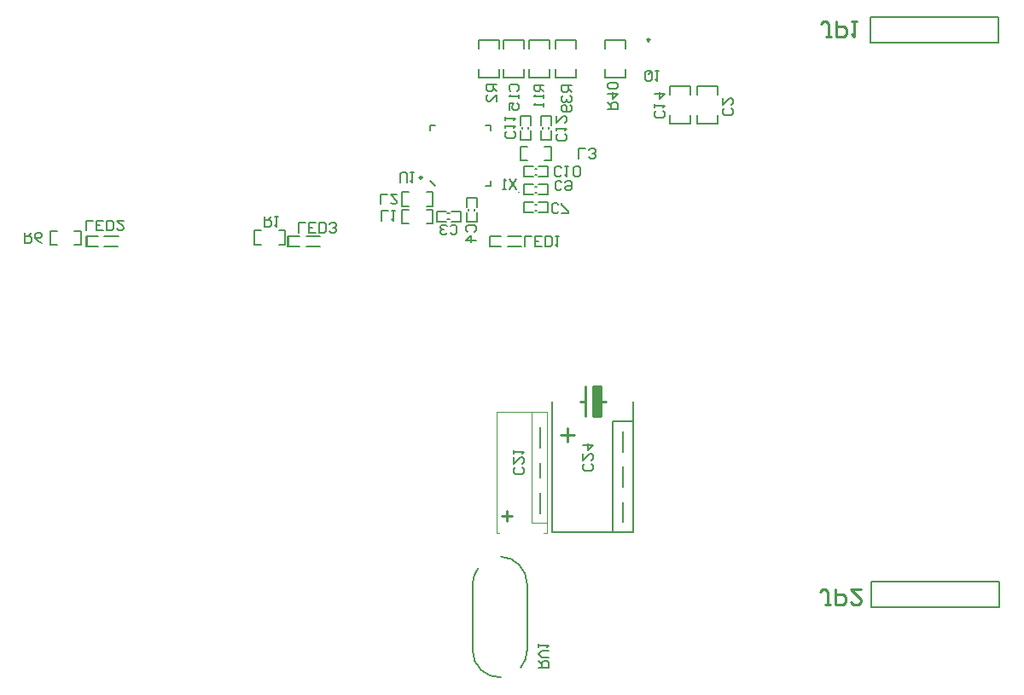
<source format=gbo>
G04 Layer_Color=32896*
%FSLAX44Y44*%
%MOMM*%
G71*
G01*
G75*
%ADD22C,0.2000*%
%ADD34C,0.2540*%
%ADD77C,0.1778*%
%ADD79C,0.1270*%
%ADD80C,0.2500*%
%ADD81C,0.1524*%
%ADD82C,0.1000*%
%ADD142R,0.1524X1.0414*%
%ADD143R,0.7500X3.0000*%
D22*
X1648460Y674878D02*
Y700278D01*
X1521460D01*
X1648460Y674878D02*
X1521460D01*
Y700278D01*
X1648000Y1235320D02*
Y1260720D01*
X1521000D01*
X1648000Y1235320D02*
X1521000D01*
Y1260720D01*
X1202133Y1151553D02*
Y1149553D01*
X1196133Y1151553D02*
Y1149553D01*
X1175813Y1151553D02*
Y1149553D01*
X1181813Y1151553D02*
Y1149553D01*
X1089043Y1093375D02*
X1084043Y1098375D01*
X1144043Y1093375D02*
X1139043D01*
X1144043Y1098375D02*
Y1093375D01*
Y1153375D02*
Y1148375D01*
Y1153375D02*
X1139043D01*
X1089043D02*
X1084043D01*
Y1148375D01*
X1189973Y1104373D02*
X1187973D01*
X1189973Y1110373D02*
X1187973D01*
X1189973Y1086593D02*
X1187973D01*
X1189973Y1092593D02*
X1187973D01*
X1128473Y1070273D02*
Y1068273D01*
X1122473Y1070273D02*
Y1068273D01*
X1189973Y1068813D02*
X1187973D01*
X1189973Y1074813D02*
X1187973D01*
X1103467Y1065923D02*
X1101467D01*
X1103467Y1059923D02*
X1101467D01*
X1131787Y713554D02*
G03*
X1126258Y698194I21451J-16397D01*
G01*
X1180258D02*
G03*
X1154296Y725174I-27000J0D01*
G01*
X1174244Y615206D02*
G03*
X1180258Y632194I-20986J16988D01*
G01*
X1126258D02*
G03*
X1154257Y605213I27000J0D01*
G01*
X1275616Y759246D02*
Y779246D01*
Y794246D02*
Y814246D01*
Y829246D02*
Y849246D01*
X1265616Y749246D02*
Y859246D01*
X1285616D01*
X1205616Y749246D02*
X1285616D01*
X1205616D02*
Y879246D01*
X1285616Y749246D02*
Y879246D01*
X1193058Y768436D02*
Y788436D01*
Y803436D02*
Y818436D01*
Y833436D02*
Y853436D01*
X1180258Y632194D02*
Y698194D01*
X1126258Y632194D02*
Y698194D01*
D34*
X1482087Y1241303D02*
X1477008D01*
X1479547D01*
Y1253999D01*
X1477008Y1256538D01*
X1474469D01*
X1471930Y1253999D01*
X1487165Y1256538D02*
Y1241303D01*
X1494783D01*
X1497322Y1243842D01*
Y1248921D01*
X1494783Y1251460D01*
X1487165D01*
X1502400Y1256538D02*
X1507478D01*
X1504939D01*
Y1241303D01*
X1502400Y1243842D01*
X1480817Y677677D02*
X1475738D01*
X1478277D01*
Y690373D01*
X1475738Y692912D01*
X1473199D01*
X1470660Y690373D01*
X1485895Y692912D02*
Y677677D01*
X1493513D01*
X1496052Y680216D01*
Y685294D01*
X1493513Y687834D01*
X1485895D01*
X1511287Y692912D02*
X1501130D01*
X1511287Y682755D01*
Y680216D01*
X1508748Y677677D01*
X1503669D01*
X1501130Y680216D01*
X1253516Y879246D02*
X1258516D01*
X1233516D02*
X1238516D01*
X1246016Y864246D02*
X1253516D01*
X1246016Y894246D02*
X1253516D01*
X1246016Y864246D02*
Y894246D01*
X1238516Y864246D02*
Y894246D01*
X1253516Y864246D02*
Y894246D01*
X1220613Y839246D02*
Y852575D01*
X1227277Y845911D02*
X1213948D01*
X1155058Y765819D02*
X1165215D01*
X1160136Y760740D02*
Y770897D01*
D77*
X1152651Y1237929D02*
Y1229293D01*
Y1237929D02*
X1142491D01*
X1132331D01*
Y1229293D01*
Y1208973D02*
Y1200337D01*
X1142491D02*
X1132331D01*
X1152651D02*
X1142491D01*
X1152651Y1208973D02*
Y1200337D01*
X1157223Y1208973D02*
Y1200337D01*
X1167383D02*
X1157223D01*
X1177543D02*
X1167383D01*
X1177543Y1208973D02*
Y1200337D01*
Y1237929D02*
Y1229293D01*
Y1237929D02*
X1167383D01*
X1157223D01*
Y1229293D01*
X1202689Y1237929D02*
Y1229293D01*
Y1237929D02*
X1192529D01*
X1182369D01*
Y1229293D01*
Y1208973D02*
Y1200337D01*
X1192529D02*
X1182369D01*
X1202689D02*
X1192529D01*
X1202689Y1208973D02*
Y1200337D01*
X1180337Y1118227D02*
X1173737D01*
Y1132061D02*
Y1118227D01*
X1180337Y1132061D02*
X1173737D01*
X1204208D02*
X1197609D01*
X1204208D02*
Y1118227D01*
X1197609D01*
X1063115Y1073269D02*
X1056515D01*
Y1087104D02*
Y1073269D01*
X1063115Y1087104D02*
X1056515D01*
X1086986D02*
X1080387D01*
X1086986D02*
Y1073269D01*
X1080387D01*
X1086986Y1069848D02*
X1080387D01*
X1086986D02*
Y1056014D01*
X1080387D01*
X1063115D02*
X1056515D01*
Y1069848D02*
Y1056014D01*
X1063115Y1069848D02*
X1056515D01*
X737864Y1048258D02*
X731265D01*
X737864D02*
Y1034424D01*
X731265D01*
X713993D02*
X707393D01*
Y1048258D02*
Y1034424D01*
X713993Y1048258D02*
X707393D01*
X916685Y1048766D02*
X910085D01*
Y1034932D01*
X916685D02*
X910085D01*
X940556D02*
X933957D01*
X940556Y1048766D02*
Y1034932D01*
Y1048766D02*
X933957D01*
X1348993Y1163253D02*
Y1154617D01*
X1359153D02*
X1348993D01*
X1369313D02*
X1359153D01*
X1369313Y1163253D02*
Y1154617D01*
Y1192209D02*
Y1183573D01*
Y1192209D02*
X1359153D01*
X1348993D01*
Y1183573D01*
X1321815Y1163507D02*
Y1154871D01*
X1331975D02*
X1321815D01*
X1342135D02*
X1331975D01*
X1342135Y1163507D02*
Y1154871D01*
Y1192463D02*
Y1183827D01*
Y1192463D02*
X1331975D01*
X1321815D01*
Y1183827D01*
X1257553Y1208973D02*
Y1200337D01*
X1267713D02*
X1257553D01*
X1277873D02*
X1267713D01*
X1277873Y1208973D02*
Y1200337D01*
Y1237929D02*
Y1229293D01*
Y1237929D02*
X1267713D01*
X1257553D01*
Y1229293D01*
X1228851Y1238183D02*
Y1229547D01*
Y1238183D02*
X1218691D01*
X1208531D01*
Y1229547D01*
Y1209227D02*
Y1200591D01*
X1218691D02*
X1208531D01*
X1228851D02*
X1218691D01*
X1228851Y1209227D02*
Y1200591D01*
D79*
X945801Y1033193D02*
X943007D01*
Y1043353D02*
Y1033193D01*
X945801Y1043353D02*
X943007D01*
X974503Y1033193D02*
X969931D01*
X974757Y1043353D02*
X969169D01*
X969931D02*
X961041D01*
X969931Y1033193D02*
X961041D01*
X954691Y1043353D02*
X945801D01*
X954691Y1033193D02*
X945801D01*
X1154657Y1033049D02*
X1145767D01*
X1154657Y1043209D02*
X1145767D01*
X1169897Y1033049D02*
X1161007D01*
X1169897Y1043209D02*
X1161007D01*
X1174723D02*
X1169135D01*
X1174469Y1033049D02*
X1169897D01*
X1145767Y1043209D02*
X1142973D01*
Y1033049D01*
X1145767D02*
X1142973D01*
X745717D02*
X742923D01*
Y1043209D02*
Y1033049D01*
X745717Y1043209D02*
X742923D01*
X774419Y1033049D02*
X769847D01*
X774673Y1043209D02*
X769085D01*
X769847D02*
X760957D01*
X769847Y1033049D02*
X760957D01*
X754607Y1043209D02*
X745717D01*
X754607Y1033049D02*
X745717D01*
X1169725Y1100027D02*
X1163060Y1090031D01*
Y1100027D02*
X1169725Y1090031D01*
X1159728D02*
X1156396D01*
X1158062D01*
Y1100027D01*
X1159728Y1098361D01*
X1054353Y1096360D02*
Y1104691D01*
X1056019Y1106357D01*
X1059351D01*
X1061017Y1104691D01*
Y1096360D01*
X1064349Y1106357D02*
X1067682D01*
X1066016D01*
Y1096360D01*
X1064349Y1098026D01*
X682243Y1046413D02*
Y1036416D01*
X687241D01*
X688907Y1038082D01*
Y1041414D01*
X687241Y1043080D01*
X682243D01*
X685575D02*
X688907Y1046413D01*
X698904Y1036416D02*
X695572Y1038082D01*
X692239Y1041414D01*
Y1044747D01*
X693906Y1046413D01*
X697238D01*
X698904Y1044747D01*
Y1043080D01*
X697238Y1041414D01*
X692239D01*
X743203Y1048862D02*
Y1058859D01*
X749867D01*
X759864Y1048862D02*
X753199D01*
Y1058859D01*
X759864D01*
X753199Y1053860D02*
X756532D01*
X763196Y1048862D02*
Y1058859D01*
X768195D01*
X769861Y1057193D01*
Y1050528D01*
X768195Y1048862D01*
X763196D01*
X779857Y1058859D02*
X773193D01*
X779857Y1052194D01*
Y1050528D01*
X778191Y1048862D01*
X774859D01*
X773193Y1050528D01*
X1231391Y1120490D02*
Y1130487D01*
X1238055D01*
X1241387Y1122156D02*
X1243054Y1120490D01*
X1246386D01*
X1248052Y1122156D01*
Y1123822D01*
X1246386Y1125488D01*
X1244720D01*
X1246386D01*
X1248052Y1127154D01*
Y1128821D01*
X1246386Y1130487D01*
X1243054D01*
X1241387Y1128821D01*
X1034795Y1075024D02*
Y1085021D01*
X1041459D01*
X1051456D02*
X1044791D01*
X1051456Y1078356D01*
Y1076690D01*
X1049790Y1075024D01*
X1046458D01*
X1044791Y1076690D01*
X1036221Y1058546D02*
Y1068543D01*
X1042885D01*
X1046217D02*
X1049550D01*
X1047884D01*
Y1058546D01*
X1046217Y1060212D01*
X1217623Y1144517D02*
X1219289Y1142851D01*
Y1139519D01*
X1217623Y1137853D01*
X1210959D01*
X1209293Y1139519D01*
Y1142851D01*
X1210959Y1144517D01*
X1209293Y1147850D02*
Y1151182D01*
Y1149516D01*
X1219289D01*
X1217623Y1147850D01*
X1209293Y1162845D02*
Y1156180D01*
X1215957Y1162845D01*
X1217623D01*
X1219289Y1161179D01*
Y1157846D01*
X1217623Y1156180D01*
X1166823Y1147057D02*
X1168489Y1145391D01*
Y1142059D01*
X1166823Y1140393D01*
X1160159D01*
X1158493Y1142059D01*
Y1145391D01*
X1160159Y1147057D01*
X1158493Y1150389D02*
Y1153722D01*
Y1152056D01*
X1168489D01*
X1166823Y1150389D01*
X1158493Y1158720D02*
Y1162052D01*
Y1160386D01*
X1168489D01*
X1166823Y1158720D01*
X1214687Y1104122D02*
X1213021Y1102456D01*
X1209689D01*
X1208023Y1104122D01*
Y1110787D01*
X1209689Y1112453D01*
X1213021D01*
X1214687Y1110787D01*
X1218019Y1112453D02*
X1221352D01*
X1219686D01*
Y1102456D01*
X1218019Y1104122D01*
X1226350D02*
X1228016Y1102456D01*
X1231348D01*
X1233015Y1104122D01*
Y1110787D01*
X1231348Y1112453D01*
X1228016D01*
X1226350Y1110787D01*
Y1104122D01*
X1214887Y1090262D02*
X1213221Y1088596D01*
X1209889D01*
X1208223Y1090262D01*
Y1096927D01*
X1209889Y1098593D01*
X1213221D01*
X1214887Y1096927D01*
X1218219D02*
X1219886Y1098593D01*
X1223218D01*
X1224884Y1096927D01*
Y1090262D01*
X1223218Y1088596D01*
X1219886D01*
X1218219Y1090262D01*
Y1091928D01*
X1219886Y1093594D01*
X1224884D01*
X1211535Y1067584D02*
X1209869Y1065918D01*
X1206537D01*
X1204871Y1067584D01*
Y1074249D01*
X1206537Y1075915D01*
X1209869D01*
X1211535Y1074249D01*
X1214867Y1065918D02*
X1221532D01*
Y1067584D01*
X1214867Y1074249D01*
Y1075915D01*
X1121460Y1047368D02*
X1119794Y1049034D01*
Y1052367D01*
X1121460Y1054033D01*
X1128124D01*
X1129791Y1052367D01*
Y1049034D01*
X1128124Y1047368D01*
X1129791Y1039037D02*
X1119794D01*
X1124792Y1044036D01*
Y1037371D01*
X1104102Y1053003D02*
X1105768Y1054669D01*
X1109100D01*
X1110767Y1053003D01*
Y1046339D01*
X1109100Y1044673D01*
X1105768D01*
X1104102Y1046339D01*
X1100770Y1053003D02*
X1099104Y1054669D01*
X1095771D01*
X1094105Y1053003D01*
Y1051337D01*
X1095771Y1049671D01*
X1097438D01*
X1095771D01*
X1094105Y1048005D01*
Y1046339D01*
X1095771Y1044673D01*
X1099104D01*
X1100770Y1046339D01*
X1178279Y1032958D02*
Y1042955D01*
X1184943D01*
X1194940Y1032958D02*
X1188275D01*
Y1042955D01*
X1194940D01*
X1188275Y1037956D02*
X1191608D01*
X1198272Y1032958D02*
Y1042955D01*
X1203271D01*
X1204937Y1041289D01*
Y1034624D01*
X1203271Y1032958D01*
X1198272D01*
X1208269Y1042955D02*
X1211601D01*
X1209935D01*
Y1032958D01*
X1208269Y1034624D01*
X919733Y1062669D02*
Y1052672D01*
X924731D01*
X926397Y1054338D01*
Y1057670D01*
X924731Y1059336D01*
X919733D01*
X923065D02*
X926397Y1062669D01*
X929729D02*
X933062D01*
X931396D01*
Y1052672D01*
X929729Y1054338D01*
X954023Y1046576D02*
Y1056573D01*
X960687D01*
X970684Y1046576D02*
X964019D01*
Y1056573D01*
X970684D01*
X964019Y1051574D02*
X967352D01*
X974016Y1046576D02*
Y1056573D01*
X979015D01*
X980681Y1054907D01*
Y1048242D01*
X979015Y1046576D01*
X974016D01*
X984013Y1048242D02*
X985679Y1046576D01*
X989011D01*
X990677Y1048242D01*
Y1049908D01*
X989011Y1051574D01*
X987345D01*
X989011D01*
X990677Y1053240D01*
Y1054907D01*
X989011Y1056573D01*
X985679D01*
X984013Y1054907D01*
X1304095Y1205529D02*
Y1198864D01*
X1302429Y1197198D01*
X1299097D01*
X1297431Y1198864D01*
Y1205529D01*
X1299097Y1207195D01*
X1302429D01*
X1300763Y1203862D02*
X1304095Y1207195D01*
X1302429D02*
X1304095Y1205529D01*
X1307427Y1207195D02*
X1310760D01*
X1309094D01*
Y1197198D01*
X1307427Y1198864D01*
X1224279Y1193225D02*
X1214282D01*
Y1188226D01*
X1215948Y1186560D01*
X1219280D01*
X1220946Y1188226D01*
Y1193225D01*
Y1189892D02*
X1224279Y1186560D01*
X1215948Y1183228D02*
X1214282Y1181562D01*
Y1178230D01*
X1215948Y1176563D01*
X1217614D01*
X1219280Y1178230D01*
Y1179896D01*
Y1178230D01*
X1220946Y1176563D01*
X1222613D01*
X1224279Y1178230D01*
Y1181562D01*
X1222613Y1183228D01*
Y1173231D02*
X1224279Y1171565D01*
Y1168233D01*
X1222613Y1166567D01*
X1215948D01*
X1214282Y1168233D01*
Y1171565D01*
X1215948Y1173231D01*
X1217614D01*
X1219280Y1171565D01*
Y1166567D01*
X1260601Y1169349D02*
X1270597D01*
Y1174347D01*
X1268931Y1176013D01*
X1265599D01*
X1263933Y1174347D01*
Y1169349D01*
Y1172681D02*
X1260601Y1176013D01*
Y1184344D02*
X1270597D01*
X1265599Y1179345D01*
Y1186010D01*
X1268931Y1189342D02*
X1270597Y1191008D01*
Y1194341D01*
X1268931Y1196007D01*
X1262267D01*
X1260601Y1194341D01*
Y1191008D01*
X1262267Y1189342D01*
X1268931D01*
X1382723Y1170171D02*
X1384389Y1168505D01*
Y1165173D01*
X1382723Y1163507D01*
X1376059D01*
X1374393Y1165173D01*
Y1168505D01*
X1376059Y1170171D01*
X1374393Y1180168D02*
Y1173503D01*
X1381057Y1180168D01*
X1382723D01*
X1384389Y1178502D01*
Y1175170D01*
X1382723Y1173503D01*
X1314905Y1167631D02*
X1316571Y1165965D01*
Y1162633D01*
X1314905Y1160967D01*
X1308241D01*
X1306575Y1162633D01*
Y1165965D01*
X1308241Y1167631D01*
X1306575Y1170964D02*
Y1174296D01*
Y1172630D01*
X1316571D01*
X1314905Y1170964D01*
X1306575Y1184293D02*
X1316571D01*
X1311573Y1179294D01*
Y1185959D01*
X1164132Y1187068D02*
X1162466Y1188734D01*
Y1192067D01*
X1164132Y1193733D01*
X1170797D01*
X1172463Y1192067D01*
Y1188734D01*
X1170797Y1187068D01*
X1172463Y1183736D02*
Y1180404D01*
Y1182070D01*
X1162466D01*
X1164132Y1183736D01*
X1162466Y1168741D02*
Y1175405D01*
X1167464D01*
X1165798Y1172073D01*
Y1170407D01*
X1167464Y1168741D01*
X1170797D01*
X1172463Y1170407D01*
Y1173739D01*
X1170797Y1175405D01*
X1150111Y1193733D02*
X1140114D01*
Y1188734D01*
X1141780Y1187068D01*
X1145112D01*
X1146778Y1188734D01*
Y1193733D01*
Y1190400D02*
X1150111Y1187068D01*
Y1177071D02*
Y1183736D01*
X1143446Y1177071D01*
X1141780D01*
X1140114Y1178737D01*
Y1182070D01*
X1141780Y1183736D01*
X1197101Y1193479D02*
X1187104D01*
Y1188480D01*
X1188770Y1186814D01*
X1192102D01*
X1193768Y1188480D01*
Y1193479D01*
Y1190146D02*
X1197101Y1186814D01*
Y1183482D02*
Y1180150D01*
Y1181816D01*
X1187104D01*
X1188770Y1183482D01*
X1197101Y1175151D02*
Y1171819D01*
Y1173485D01*
X1187104D01*
X1188770Y1175151D01*
X1175207Y813775D02*
X1176873Y812109D01*
Y808776D01*
X1175207Y807110D01*
X1168542D01*
X1166876Y808776D01*
Y812109D01*
X1168542Y813775D01*
X1166876Y823772D02*
Y817107D01*
X1173540Y823772D01*
X1175207D01*
X1176873Y822105D01*
Y818773D01*
X1175207Y817107D01*
X1166876Y827104D02*
Y830436D01*
Y828770D01*
X1176873D01*
X1175207Y827104D01*
X1244041Y817185D02*
X1245707Y815519D01*
Y812186D01*
X1244041Y810520D01*
X1237376D01*
X1235710Y812186D01*
Y815519D01*
X1237376Y817185D01*
X1235710Y827181D02*
Y820517D01*
X1242374Y827181D01*
X1244041D01*
X1245707Y825515D01*
Y822183D01*
X1244041Y820517D01*
X1235710Y835512D02*
X1245707D01*
X1240708Y830514D01*
Y837178D01*
X1191444Y615030D02*
X1201441D01*
Y620029D01*
X1199775Y621695D01*
X1196442D01*
X1194776Y620029D01*
Y615030D01*
Y618363D02*
X1191444Y621695D01*
X1201441Y625027D02*
X1194776D01*
X1191444Y628359D01*
X1194776Y631692D01*
X1201441D01*
X1191444Y635024D02*
Y638356D01*
Y636690D01*
X1201441D01*
X1199775Y635024D01*
D80*
X1073793Y1101375D02*
G03*
X1073793Y1101375I1250J0D01*
G01*
X1299683Y1238203D02*
G03*
X1299683Y1238203I1250J0D01*
G01*
D81*
X1204133Y1162303D02*
X1194133D01*
X1204133Y1138803D02*
X1194133Y1138803D01*
X1204133Y1148053D02*
Y1138803D01*
Y1162303D02*
Y1153053D01*
X1194133Y1148053D02*
Y1138803D01*
Y1162303D02*
Y1153053D01*
X1183813Y1138803D02*
X1173813D01*
X1183813Y1162303D02*
X1173813Y1162303D01*
Y1153053D01*
Y1148053D02*
Y1138803D01*
X1183813Y1162303D02*
Y1153053D01*
Y1148053D02*
Y1138803D01*
X1200723Y1112373D02*
Y1102373D01*
X1177223D02*
X1177223Y1112373D01*
X1186473Y1102373D02*
X1177223D01*
X1200723D02*
X1191473D01*
X1186473Y1112373D02*
X1177223D01*
X1200723D02*
X1191473D01*
X1200723Y1094593D02*
Y1084593D01*
X1177223D02*
X1177223Y1094593D01*
X1186473Y1084593D02*
X1177223D01*
X1200723D02*
X1191473D01*
X1186473Y1094593D02*
X1177223D01*
X1200723D02*
X1191473D01*
X1130473Y1081023D02*
X1120473D01*
X1130473Y1057523D02*
X1120473Y1057523D01*
X1130473Y1066773D02*
Y1057523D01*
Y1081023D02*
Y1071773D01*
X1120473Y1066773D02*
Y1057523D01*
Y1081023D02*
Y1071773D01*
X1200723Y1076813D02*
Y1066813D01*
X1177223D02*
X1177223Y1076813D01*
X1186473Y1066813D02*
X1177223D01*
X1200723D02*
X1191473D01*
X1186473Y1076813D02*
X1177223D01*
X1200723D02*
X1191473D01*
X1090717Y1067923D02*
Y1057923D01*
X1114217D02*
X1114217Y1067923D01*
X1104967D01*
X1099967D02*
X1090717D01*
X1114217Y1057923D02*
X1104967D01*
X1099967D02*
X1090717D01*
D82*
X1171694Y1086784D02*
G03*
X1171694Y1086784I500J0D01*
G01*
X1185058Y758436D02*
X1200058D01*
X1185058D02*
Y868436D01*
X1197058Y748436D02*
X1200058D01*
X1150058D02*
X1153058D01*
X1200058D02*
Y868436D01*
X1150058D02*
X1200058D01*
X1150058Y748436D02*
Y868436D01*
D142*
X943769Y1038400D02*
D03*
X1143735Y1038256D02*
D03*
X743685D02*
D03*
D143*
X1249766Y879246D02*
D03*
M02*

</source>
